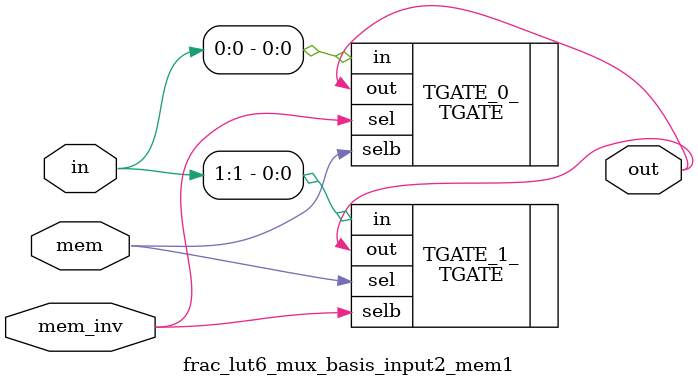
<source format=v>
`default_nettype none

module mux_2level_tapbuf_basis_input3_mem3(in,
                                           mem,
                                           mem_inv,
                                           out);
//----- INPUT PORTS -----
input [0:2] in;
//----- INPUT PORTS -----
input [0:2] mem;
//----- INPUT PORTS -----
input [0:2] mem_inv;
//----- OUTPUT PORTS -----
output [0:0] out;

//----- BEGIN wire-connection ports -----
//----- END wire-connection ports -----


//----- BEGIN Registered ports -----
//----- END Registered ports -----



// ----- BEGIN Local short connections -----
// ----- END Local short connections -----
// ----- BEGIN Local output short connections -----
// ----- END Local output short connections -----

	TGATE TGATE_0_ (
		.in(in[0]),
		.selb(mem[0]),
		.sel(mem_inv[0]),
		.out(out));

	TGATE TGATE_1_ (
		.in(in[1]),
		.selb(mem[1]),
		.sel(mem_inv[1]),
		.out(out));

	TGATE TGATE_2_ (
		.in(in[2]),
		.selb(mem[2]),
		.sel(mem_inv[2]),
		.out(out));

endmodule
// ----- END Verilog module for mux_2level_tapbuf_basis_input3_mem3 -----

//----- Default net type -----
`default_nettype wire




//----- Default net type -----
`default_nettype none

// ----- Verilog module for mux_2level_tapbuf_basis_input2_mem1 -----
module mux_2level_tapbuf_basis_input2_mem1(in,
                                           mem,
                                           mem_inv,
                                           out);
//----- INPUT PORTS -----
input [0:1] in;
//----- INPUT PORTS -----
input [0:0] mem;
//----- INPUT PORTS -----
input [0:0] mem_inv;
//----- OUTPUT PORTS -----
output [0:0] out;

//----- BEGIN wire-connection ports -----
//----- END wire-connection ports -----


//----- BEGIN Registered ports -----
//----- END Registered ports -----



// ----- BEGIN Local short connections -----
// ----- END Local short connections -----
// ----- BEGIN Local output short connections -----
// ----- END Local output short connections -----

	TGATE TGATE_0_ (
		.in(in[0]),
		.selb(mem),
		.sel(mem_inv),
		.out(out));

	TGATE TGATE_1_ (
		.in(in[1]),
		.selb(mem_inv),
		.sel(mem),
		.out(out));

endmodule
// ----- END Verilog module for mux_2level_tapbuf_basis_input2_mem1 -----

//----- Default net type -----
`default_nettype wire




//----- Default net type -----
`default_nettype none

// ----- Verilog module for mux_2level_basis_input8_mem8 -----
module mux_2level_basis_input8_mem8(in,
                                    mem,
                                    mem_inv,
                                    out);
//----- INPUT PORTS -----
input [0:7] in;
//----- INPUT PORTS -----
input [0:7] mem;
//----- INPUT PORTS -----
input [0:7] mem_inv;
//----- OUTPUT PORTS -----
output [0:0] out;

//----- BEGIN wire-connection ports -----
//----- END wire-connection ports -----


//----- BEGIN Registered ports -----
//----- END Registered ports -----



// ----- BEGIN Local short connections -----
// ----- END Local short connections -----
// ----- BEGIN Local output short connections -----
// ----- END Local output short connections -----

	TGATE TGATE_0_ (
		.in(in[0]),
		.selb(mem[0]),
		.sel(mem_inv[0]),
		.out(out));

	TGATE TGATE_1_ (
		.in(in[1]),
		.selb(mem[1]),
		.sel(mem_inv[1]),
		.out(out));

	TGATE TGATE_2_ (
		.in(in[2]),
		.selb(mem[2]),
		.sel(mem_inv[2]),
		.out(out));

	TGATE TGATE_3_ (
		.in(in[3]),
		.selb(mem[3]),
		.sel(mem_inv[3]),
		.out(out));

	TGATE TGATE_4_ (
		.in(in[4]),
		.selb(mem[4]),
		.sel(mem_inv[4]),
		.out(out));

	TGATE TGATE_5_ (
		.in(in[5]),
		.selb(mem[5]),
		.sel(mem_inv[5]),
		.out(out));

	TGATE TGATE_6_ (
		.in(in[6]),
		.selb(mem[6]),
		.sel(mem_inv[6]),
		.out(out));

	TGATE TGATE_7_ (
		.in(in[7]),
		.selb(mem[7]),
		.sel(mem_inv[7]),
		.out(out));

endmodule
// ----- END Verilog module for mux_2level_basis_input8_mem8 -----

//----- Default net type -----
`default_nettype wire




//----- Default net type -----
`default_nettype none

// ----- Verilog module for mux_2level_basis_input5_mem5 -----
module mux_2level_basis_input5_mem5(in,
                                    mem,
                                    mem_inv,
                                    out);
//----- INPUT PORTS -----
input [0:4] in;
//----- INPUT PORTS -----
input [0:4] mem;
//----- INPUT PORTS -----
input [0:4] mem_inv;
//----- OUTPUT PORTS -----
output [0:0] out;

//----- BEGIN wire-connection ports -----
//----- END wire-connection ports -----


//----- BEGIN Registered ports -----
//----- END Registered ports -----



// ----- BEGIN Local short connections -----
// ----- END Local short connections -----
// ----- BEGIN Local output short connections -----
// ----- END Local output short connections -----

	TGATE TGATE_0_ (
		.in(in[0]),
		.selb(mem[0]),
		.sel(mem_inv[0]),
		.out(out));

	TGATE TGATE_1_ (
		.in(in[1]),
		.selb(mem[1]),
		.sel(mem_inv[1]),
		.out(out));

	TGATE TGATE_2_ (
		.in(in[2]),
		.selb(mem[2]),
		.sel(mem_inv[2]),
		.out(out));

	TGATE TGATE_3_ (
		.in(in[3]),
		.selb(mem[3]),
		.sel(mem_inv[3]),
		.out(out));

	TGATE TGATE_4_ (
		.in(in[4]),
		.selb(mem[4]),
		.sel(mem_inv[4]),
		.out(out));

endmodule
// ----- END Verilog module for mux_2level_basis_input5_mem5 -----

//----- Default net type -----
`default_nettype wire




//----- Default net type -----
`default_nettype none

// ----- Verilog module for mux_1level_tapbuf_basis_input4_mem4 -----
module mux_1level_tapbuf_basis_input4_mem4(in,
                                           mem,
                                           mem_inv,
                                           out);
//----- INPUT PORTS -----
input [0:3] in;
//----- INPUT PORTS -----
input [0:3] mem;
//----- INPUT PORTS -----
input [0:3] mem_inv;
//----- OUTPUT PORTS -----
output [0:0] out;

//----- BEGIN wire-connection ports -----
//----- END wire-connection ports -----


//----- BEGIN Registered ports -----
//----- END Registered ports -----



// ----- BEGIN Local short connections -----
// ----- END Local short connections -----
// ----- BEGIN Local output short connections -----
// ----- END Local output short connections -----

	TGATE TGATE_0_ (
		.in(in[0]),
		.selb(mem[0]),
		.sel(mem_inv[0]),
		.out(out));

	TGATE TGATE_1_ (
		.in(in[1]),
		.selb(mem[1]),
		.sel(mem_inv[1]),
		.out(out));

	TGATE TGATE_2_ (
		.in(in[2]),
		.selb(mem[2]),
		.sel(mem_inv[2]),
		.out(out));

	TGATE TGATE_3_ (
		.in(in[3]),
		.selb(mem[3]),
		.sel(mem_inv[3]),
		.out(out));

endmodule
// ----- END Verilog module for mux_1level_tapbuf_basis_input4_mem4 -----

//----- Default net type -----
`default_nettype wire




//----- Default net type -----
`default_nettype none

// ----- Verilog module for mux_1level_tapbuf_basis_input3_mem3 -----
module mux_1level_tapbuf_basis_input3_mem3(in,
                                           mem,
                                           mem_inv,
                                           out);
//----- INPUT PORTS -----
input [0:2] in;
//----- INPUT PORTS -----
input [0:2] mem;
//----- INPUT PORTS -----
input [0:2] mem_inv;
//----- OUTPUT PORTS -----
output [0:0] out;

//----- BEGIN wire-connection ports -----
//----- END wire-connection ports -----


//----- BEGIN Registered ports -----
//----- END Registered ports -----



// ----- BEGIN Local short connections -----
// ----- END Local short connections -----
// ----- BEGIN Local output short connections -----
// ----- END Local output short connections -----

	TGATE TGATE_0_ (
		.in(in[0]),
		.selb(mem[0]),
		.sel(mem_inv[0]),
		.out(out));

	TGATE TGATE_1_ (
		.in(in[1]),
		.selb(mem[1]),
		.sel(mem_inv[1]),
		.out(out));

	TGATE TGATE_2_ (
		.in(in[2]),
		.selb(mem[2]),
		.sel(mem_inv[2]),
		.out(out));

endmodule
// ----- END Verilog module for mux_1level_tapbuf_basis_input3_mem3 -----

//----- Default net type -----
`default_nettype wire




//----- Default net type -----
`default_nettype none

// ----- Verilog module for frac_lut6_mux_basis_input2_mem1 -----
module frac_lut6_mux_basis_input2_mem1(in,
                                       mem,
                                       mem_inv,
                                       out);
//----- INPUT PORTS -----
input [0:1] in;
//----- INPUT PORTS -----
input [0:0] mem;
//----- INPUT PORTS -----
input [0:0] mem_inv;
//----- OUTPUT PORTS -----
output [0:0] out;

//----- BEGIN wire-connection ports -----
//----- END wire-connection ports -----


//----- BEGIN Registered ports -----
//----- END Registered ports -----



// ----- BEGIN Local short connections -----
// ----- END Local short connections -----
// ----- BEGIN Local output short connections -----
// ----- END Local output short connections -----

	TGATE TGATE_0_ (
		.in(in[0]),
		.selb(mem),
		.sel(mem_inv),
		.out(out));

	TGATE TGATE_1_ (
		.in(in[1]),
		.selb(mem_inv),
		.sel(mem),
		.out(out));

endmodule
// ----- END Verilog module for frac_lut6_mux_basis_input2_mem1 -----

//----- Default net type -----
`default_nettype wire





</source>
